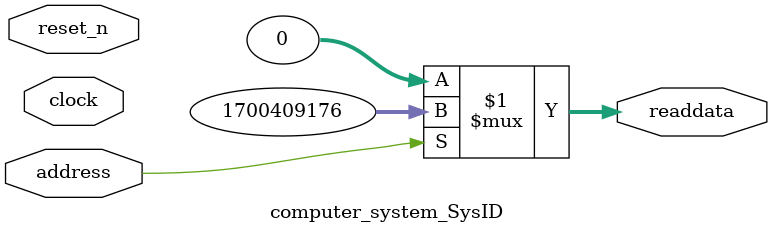
<source format=v>



// synthesis translate_off
`timescale 1ns / 1ps
// synthesis translate_on

// turn off superfluous verilog processor warnings 
// altera message_level Level1 
// altera message_off 10034 10035 10036 10037 10230 10240 10030 

module computer_system_SysID (
               // inputs:
                address,
                clock,
                reset_n,

               // outputs:
                readdata
             )
;

  output  [ 31: 0] readdata;
  input            address;
  input            clock;
  input            reset_n;

  wire    [ 31: 0] readdata;
  //control_slave, which is an e_avalon_slave
  assign readdata = address ? 1700409176 : 0;

endmodule



</source>
